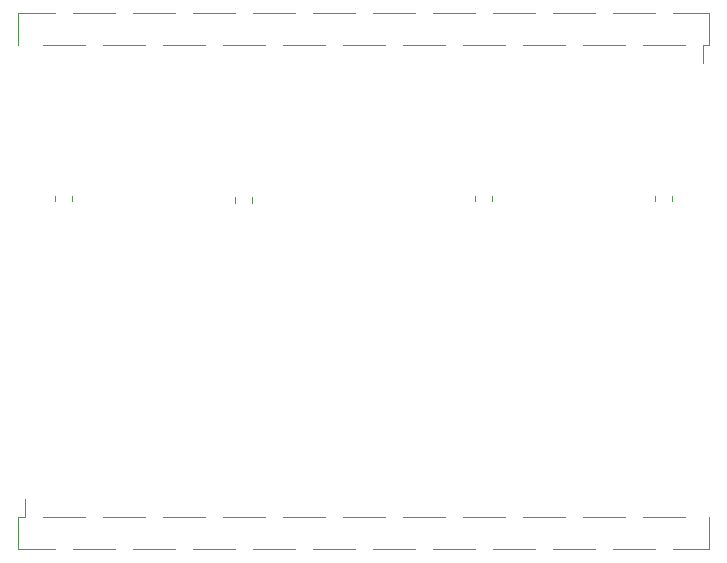
<source format=gbr>
%TF.GenerationSoftware,KiCad,Pcbnew,7.0.5*%
%TF.CreationDate,2023-07-04T20:49:23-04:00*%
%TF.ProjectId,Nixie Clock,4e697869-6520-4436-9c6f-636b2e6b6963,rev?*%
%TF.SameCoordinates,Original*%
%TF.FileFunction,Legend,Bot*%
%TF.FilePolarity,Positive*%
%FSLAX46Y46*%
G04 Gerber Fmt 4.6, Leading zero omitted, Abs format (unit mm)*
G04 Created by KiCad (PCBNEW 7.0.5) date 2023-07-04 20:49:23*
%MOMM*%
%LPD*%
G01*
G04 APERTURE LIST*
%ADD10C,0.120000*%
G04 APERTURE END LIST*
D10*
%TO.C,R2*%
X166905000Y-77189064D02*
X166905000Y-76734936D01*
X168375000Y-77189064D02*
X168375000Y-76734936D01*
%TO.C,J1*%
X148530000Y-63814000D02*
X148530000Y-61154000D01*
X154180000Y-63814000D02*
X150620000Y-63814000D01*
X159260000Y-63814000D02*
X155700000Y-63814000D01*
X164340000Y-63814000D02*
X160780000Y-63814000D01*
X169420000Y-63814000D02*
X165860000Y-63814000D01*
X174500000Y-63814000D02*
X170940000Y-63814000D01*
X179580000Y-63814000D02*
X176020000Y-63814000D01*
X184660000Y-63814000D02*
X181100000Y-63814000D01*
X189740000Y-63814000D02*
X186180000Y-63814000D01*
X194820000Y-63814000D02*
X191260000Y-63814000D01*
X199900000Y-63814000D02*
X196340000Y-63814000D01*
X204980000Y-63814000D02*
X201420000Y-63814000D01*
X206500000Y-63814000D02*
X206500000Y-65334000D01*
X207070000Y-63814000D02*
X206500000Y-63814000D01*
X207070000Y-63814000D02*
X207070000Y-61154000D01*
X149100000Y-61154000D02*
X148530000Y-61154000D01*
X151640000Y-61154000D02*
X148530000Y-61154000D01*
X156720000Y-61154000D02*
X153160000Y-61154000D01*
X161800000Y-61154000D02*
X158240000Y-61154000D01*
X166880000Y-61154000D02*
X163320000Y-61154000D01*
X171960000Y-61154000D02*
X168400000Y-61154000D01*
X177040000Y-61154000D02*
X173480000Y-61154000D01*
X182120000Y-61154000D02*
X178560000Y-61154000D01*
X187200000Y-61154000D02*
X183640000Y-61154000D01*
X192280000Y-61154000D02*
X188720000Y-61154000D01*
X197360000Y-61154000D02*
X193800000Y-61154000D01*
X202440000Y-61154000D02*
X198880000Y-61154000D01*
X207070000Y-61154000D02*
X203960000Y-61154000D01*
%TO.C,R1*%
X151665000Y-77062064D02*
X151665000Y-76607936D01*
X153135000Y-77062064D02*
X153135000Y-76607936D01*
%TO.C,R3*%
X187225000Y-77062064D02*
X187225000Y-76607936D01*
X188695000Y-77062064D02*
X188695000Y-76607936D01*
%TO.C,J2*%
X207070000Y-103826000D02*
X207070000Y-106486000D01*
X201420000Y-103826000D02*
X204980000Y-103826000D01*
X196340000Y-103826000D02*
X199900000Y-103826000D01*
X191260000Y-103826000D02*
X194820000Y-103826000D01*
X186180000Y-103826000D02*
X189740000Y-103826000D01*
X181100000Y-103826000D02*
X184660000Y-103826000D01*
X176020000Y-103826000D02*
X179580000Y-103826000D01*
X170940000Y-103826000D02*
X174500000Y-103826000D01*
X165860000Y-103826000D02*
X169420000Y-103826000D01*
X160780000Y-103826000D02*
X164340000Y-103826000D01*
X155700000Y-103826000D02*
X159260000Y-103826000D01*
X150620000Y-103826000D02*
X154180000Y-103826000D01*
X149100000Y-103826000D02*
X149100000Y-102306000D01*
X148530000Y-103826000D02*
X149100000Y-103826000D01*
X148530000Y-103826000D02*
X148530000Y-106486000D01*
X206500000Y-106486000D02*
X207070000Y-106486000D01*
X203960000Y-106486000D02*
X207070000Y-106486000D01*
X198880000Y-106486000D02*
X202440000Y-106486000D01*
X193800000Y-106486000D02*
X197360000Y-106486000D01*
X188720000Y-106486000D02*
X192280000Y-106486000D01*
X183640000Y-106486000D02*
X187200000Y-106486000D01*
X178560000Y-106486000D02*
X182120000Y-106486000D01*
X173480000Y-106486000D02*
X177040000Y-106486000D01*
X168400000Y-106486000D02*
X171960000Y-106486000D01*
X163320000Y-106486000D02*
X166880000Y-106486000D01*
X158240000Y-106486000D02*
X161800000Y-106486000D01*
X153160000Y-106486000D02*
X156720000Y-106486000D01*
X148530000Y-106486000D02*
X151640000Y-106486000D01*
%TO.C,R4*%
X202465000Y-77062064D02*
X202465000Y-76607936D01*
X203935000Y-77062064D02*
X203935000Y-76607936D01*
%TD*%
M02*

</source>
